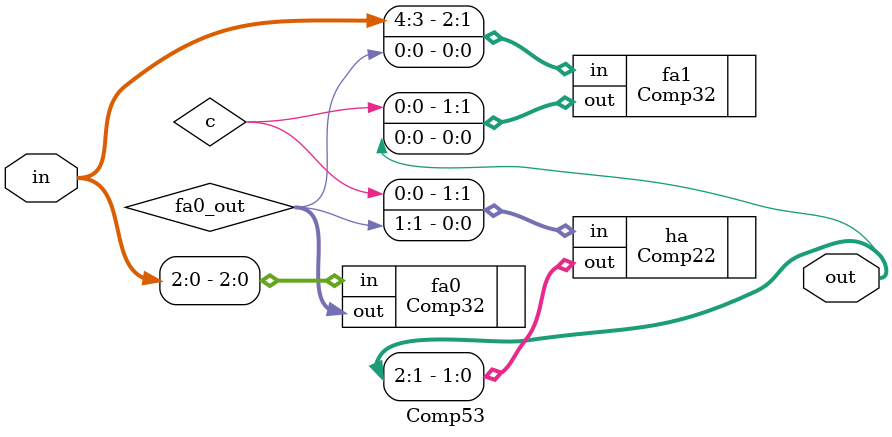
<source format=sv>
`ifndef COMP53_SV
`define COMP53_SV

`include "Comp22.sv"
`include "Comp32.sv"

module Comp53 (
    input  [4:0] in,
    output [2:0] out
);
  wire [1:0] fa0_out;
  Comp32 fa0 (
      .in (in[2:0]),
      .out(fa0_out)
  );

  wire c;
  Comp32 fa1 (
      .in ({in[4:3], fa0_out[0]}),
      .out({c, out[0]})
  );

  Comp22 ha (
      .in ({c, fa0_out[1]}),
      .out({out[2:1]})
  );

endmodule

`endif  // COMP53_SV

</source>
